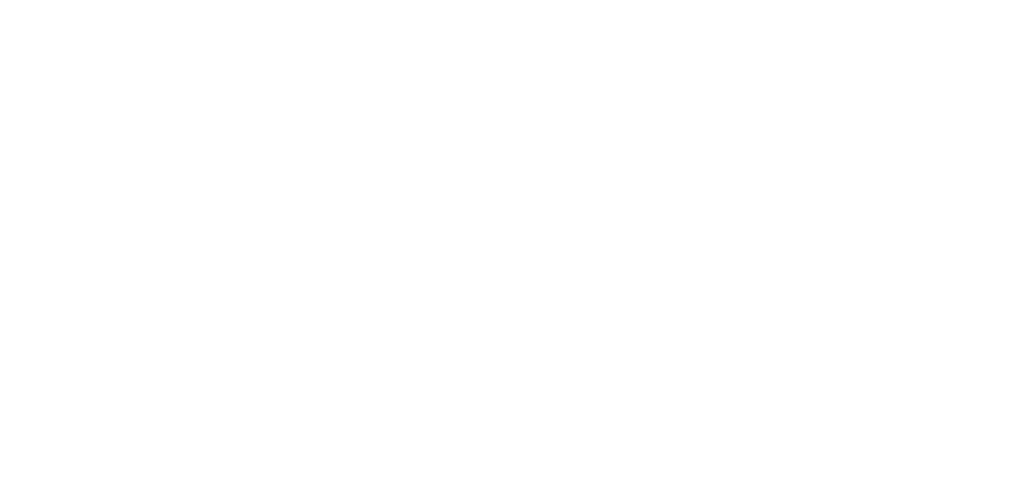
<source format=kicad_pcb>
(kicad_pcb (version 20221018) (generator pcbnew)
  (title_block (title "${BOARD_NAME} Assembly") (date "Last Modified Date") (rev "${REVISION}") (company "${COMPANY}"))
  (layers (0 "F.Cu" signal "L1 (Sig, PWR)") (1 "In1.Cu" signal "L2 (GND)") (2 "In2.Cu" signal "L3 (Sig, PWR)") (3 "In3.Cu" signal "L4 (Sig, PWR)") (4 "In4.Cu" signal "L5 (GND)") (31 "B.Cu" signal "L6 (Sig, PWR)") (34 "B.Paste" user) (35 "F.Paste" user) (36 "B.SilkS" user "B.Silkscreen") (37 "F.SilkS" user "F.Silkscreen") (38 "B.Mask" user) (39 "F.Mask" user) (44 "Edge.Cuts" user))
  (property "BOARD_NAME" "Board Name")
  (property "COMPANY" "Company Name")
  (property "DESIGNER" "Designer Name")
  (property "PROJECT_NAME" "Project Name")
  (property "RELEASE_DATE" "Release Date")
  (property "REVIEWER" "Reviewer Name")
  (property "REVISION" "Revision Number")
  (property "VARIANT" "Variant Name")
  (net 0 "")
)
</source>
